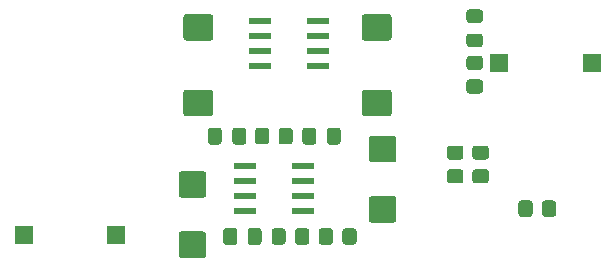
<source format=gbr>
%TF.GenerationSoftware,KiCad,Pcbnew,(5.1.9)-1*%
%TF.CreationDate,2021-04-26T03:37:11+02:00*%
%TF.ProjectId,HB-Uni-SEN-ORB,48422d55-6e69-42d5-9345-4e2d4f52422e,rev?*%
%TF.SameCoordinates,Original*%
%TF.FileFunction,Paste,Top*%
%TF.FilePolarity,Positive*%
%FSLAX46Y46*%
G04 Gerber Fmt 4.6, Leading zero omitted, Abs format (unit mm)*
G04 Created by KiCad (PCBNEW (5.1.9)-1) date 2021-04-26 03:37:11*
%MOMM*%
%LPD*%
G01*
G04 APERTURE LIST*
%ADD10R,1.500000X1.500000*%
%ADD11R,1.970000X0.600000*%
G04 APERTURE END LIST*
%TO.C,R6*%
G36*
G01*
X151199999Y-75900000D02*
X152100001Y-75900000D01*
G75*
G02*
X152350000Y-76149999I0J-249999D01*
G01*
X152350000Y-76850001D01*
G75*
G02*
X152100001Y-77100000I-249999J0D01*
G01*
X151199999Y-77100000D01*
G75*
G02*
X150950000Y-76850001I0J249999D01*
G01*
X150950000Y-76149999D01*
G75*
G02*
X151199999Y-75900000I249999J0D01*
G01*
G37*
G36*
G01*
X151199999Y-73900000D02*
X152100001Y-73900000D01*
G75*
G02*
X152350000Y-74149999I0J-249999D01*
G01*
X152350000Y-74850001D01*
G75*
G02*
X152100001Y-75100000I-249999J0D01*
G01*
X151199999Y-75100000D01*
G75*
G02*
X150950000Y-74850001I0J249999D01*
G01*
X150950000Y-74149999D01*
G75*
G02*
X151199999Y-73900000I249999J0D01*
G01*
G37*
%TD*%
%TO.C,R5*%
G36*
G01*
X153349999Y-75900000D02*
X154250001Y-75900000D01*
G75*
G02*
X154500000Y-76149999I0J-249999D01*
G01*
X154500000Y-76850001D01*
G75*
G02*
X154250001Y-77100000I-249999J0D01*
G01*
X153349999Y-77100000D01*
G75*
G02*
X153100000Y-76850001I0J249999D01*
G01*
X153100000Y-76149999D01*
G75*
G02*
X153349999Y-75900000I249999J0D01*
G01*
G37*
G36*
G01*
X153349999Y-73900000D02*
X154250001Y-73900000D01*
G75*
G02*
X154500000Y-74149999I0J-249999D01*
G01*
X154500000Y-74850001D01*
G75*
G02*
X154250001Y-75100000I-249999J0D01*
G01*
X153349999Y-75100000D01*
G75*
G02*
X153100000Y-74850001I0J249999D01*
G01*
X153100000Y-74149999D01*
G75*
G02*
X153349999Y-73900000I249999J0D01*
G01*
G37*
%TD*%
D10*
%TO.C,Cal1*%
X122900000Y-81500000D03*
X115100000Y-81500000D03*
%TD*%
%TO.C,Config*%
X155400000Y-66900000D03*
X163200000Y-66900000D03*
%TD*%
%TO.C,R7*%
G36*
G01*
X158200000Y-78799999D02*
X158200000Y-79700001D01*
G75*
G02*
X157950001Y-79950000I-249999J0D01*
G01*
X157249999Y-79950000D01*
G75*
G02*
X157000000Y-79700001I0J249999D01*
G01*
X157000000Y-78799999D01*
G75*
G02*
X157249999Y-78550000I249999J0D01*
G01*
X157950001Y-78550000D01*
G75*
G02*
X158200000Y-78799999I0J-249999D01*
G01*
G37*
G36*
G01*
X160200000Y-78799999D02*
X160200000Y-79700001D01*
G75*
G02*
X159950001Y-79950000I-249999J0D01*
G01*
X159249999Y-79950000D01*
G75*
G02*
X159000000Y-79700001I0J249999D01*
G01*
X159000000Y-78799999D01*
G75*
G02*
X159249999Y-78550000I249999J0D01*
G01*
X159950001Y-78550000D01*
G75*
G02*
X160200000Y-78799999I0J-249999D01*
G01*
G37*
%TD*%
D11*
%TO.C,U3*%
X135130000Y-63395000D03*
X135130000Y-64665000D03*
X135130000Y-65935000D03*
X135130000Y-67205000D03*
X140070000Y-67205000D03*
X140070000Y-65935000D03*
X140070000Y-64665000D03*
X140070000Y-63395000D03*
%TD*%
%TO.C,C5*%
G36*
G01*
X144574999Y-78175000D02*
X146425001Y-78175000D01*
G75*
G02*
X146675000Y-78424999I0J-249999D01*
G01*
X146675000Y-80175001D01*
G75*
G02*
X146425001Y-80425000I-249999J0D01*
G01*
X144574999Y-80425000D01*
G75*
G02*
X144325000Y-80175001I0J249999D01*
G01*
X144325000Y-78424999D01*
G75*
G02*
X144574999Y-78175000I249999J0D01*
G01*
G37*
G36*
G01*
X144574999Y-73075000D02*
X146425001Y-73075000D01*
G75*
G02*
X146675000Y-73324999I0J-249999D01*
G01*
X146675000Y-75075001D01*
G75*
G02*
X146425001Y-75325000I-249999J0D01*
G01*
X144574999Y-75325000D01*
G75*
G02*
X144325000Y-75075001I0J249999D01*
G01*
X144325000Y-73324999D01*
G75*
G02*
X144574999Y-73075000I249999J0D01*
G01*
G37*
%TD*%
%TO.C,C7*%
G36*
G01*
X128474999Y-81175000D02*
X130325001Y-81175000D01*
G75*
G02*
X130575000Y-81424999I0J-249999D01*
G01*
X130575000Y-83175001D01*
G75*
G02*
X130325001Y-83425000I-249999J0D01*
G01*
X128474999Y-83425000D01*
G75*
G02*
X128225000Y-83175001I0J249999D01*
G01*
X128225000Y-81424999D01*
G75*
G02*
X128474999Y-81175000I249999J0D01*
G01*
G37*
G36*
G01*
X128474999Y-76075000D02*
X130325001Y-76075000D01*
G75*
G02*
X130575000Y-76324999I0J-249999D01*
G01*
X130575000Y-78075001D01*
G75*
G02*
X130325001Y-78325000I-249999J0D01*
G01*
X128474999Y-78325000D01*
G75*
G02*
X128225000Y-78075001I0J249999D01*
G01*
X128225000Y-76324999D01*
G75*
G02*
X128474999Y-76075000I249999J0D01*
G01*
G37*
%TD*%
%TO.C,C1*%
G36*
G01*
X128874999Y-69175000D02*
X130925001Y-69175000D01*
G75*
G02*
X131175000Y-69424999I0J-249999D01*
G01*
X131175000Y-71175001D01*
G75*
G02*
X130925001Y-71425000I-249999J0D01*
G01*
X128874999Y-71425000D01*
G75*
G02*
X128625000Y-71175001I0J249999D01*
G01*
X128625000Y-69424999D01*
G75*
G02*
X128874999Y-69175000I249999J0D01*
G01*
G37*
G36*
G01*
X128874999Y-62775000D02*
X130925001Y-62775000D01*
G75*
G02*
X131175000Y-63024999I0J-249999D01*
G01*
X131175000Y-64775001D01*
G75*
G02*
X130925001Y-65025000I-249999J0D01*
G01*
X128874999Y-65025000D01*
G75*
G02*
X128625000Y-64775001I0J249999D01*
G01*
X128625000Y-63024999D01*
G75*
G02*
X128874999Y-62775000I249999J0D01*
G01*
G37*
%TD*%
%TO.C,C2*%
G36*
G01*
X143974999Y-69175000D02*
X146025001Y-69175000D01*
G75*
G02*
X146275000Y-69424999I0J-249999D01*
G01*
X146275000Y-71175001D01*
G75*
G02*
X146025001Y-71425000I-249999J0D01*
G01*
X143974999Y-71425000D01*
G75*
G02*
X143725000Y-71175001I0J249999D01*
G01*
X143725000Y-69424999D01*
G75*
G02*
X143974999Y-69175000I249999J0D01*
G01*
G37*
G36*
G01*
X143974999Y-62775000D02*
X146025001Y-62775000D01*
G75*
G02*
X146275000Y-63024999I0J-249999D01*
G01*
X146275000Y-64775001D01*
G75*
G02*
X146025001Y-65025000I-249999J0D01*
G01*
X143974999Y-65025000D01*
G75*
G02*
X143725000Y-64775001I0J249999D01*
G01*
X143725000Y-63024999D01*
G75*
G02*
X143974999Y-62775000I249999J0D01*
G01*
G37*
%TD*%
%TO.C,U4*%
X133830000Y-75595000D03*
X133830000Y-76865000D03*
X133830000Y-78135000D03*
X133830000Y-79405000D03*
X138770000Y-79405000D03*
X138770000Y-78135000D03*
X138770000Y-76865000D03*
X138770000Y-75595000D03*
%TD*%
%TO.C,R4*%
G36*
G01*
X152849999Y-68300000D02*
X153750001Y-68300000D01*
G75*
G02*
X154000000Y-68549999I0J-249999D01*
G01*
X154000000Y-69250001D01*
G75*
G02*
X153750001Y-69500000I-249999J0D01*
G01*
X152849999Y-69500000D01*
G75*
G02*
X152600000Y-69250001I0J249999D01*
G01*
X152600000Y-68549999D01*
G75*
G02*
X152849999Y-68300000I249999J0D01*
G01*
G37*
G36*
G01*
X152849999Y-66300000D02*
X153750001Y-66300000D01*
G75*
G02*
X154000000Y-66549999I0J-249999D01*
G01*
X154000000Y-67250001D01*
G75*
G02*
X153750001Y-67500000I-249999J0D01*
G01*
X152849999Y-67500000D01*
G75*
G02*
X152600000Y-67250001I0J249999D01*
G01*
X152600000Y-66549999D01*
G75*
G02*
X152849999Y-66300000I249999J0D01*
G01*
G37*
%TD*%
%TO.C,R3*%
G36*
G01*
X137300000Y-81149999D02*
X137300000Y-82050001D01*
G75*
G02*
X137050001Y-82300000I-249999J0D01*
G01*
X136349999Y-82300000D01*
G75*
G02*
X136100000Y-82050001I0J249999D01*
G01*
X136100000Y-81149999D01*
G75*
G02*
X136349999Y-80900000I249999J0D01*
G01*
X137050001Y-80900000D01*
G75*
G02*
X137300000Y-81149999I0J-249999D01*
G01*
G37*
G36*
G01*
X139300000Y-81149999D02*
X139300000Y-82050001D01*
G75*
G02*
X139050001Y-82300000I-249999J0D01*
G01*
X138349999Y-82300000D01*
G75*
G02*
X138100000Y-82050001I0J249999D01*
G01*
X138100000Y-81149999D01*
G75*
G02*
X138349999Y-80900000I249999J0D01*
G01*
X139050001Y-80900000D01*
G75*
G02*
X139300000Y-81149999I0J-249999D01*
G01*
G37*
%TD*%
%TO.C,R2*%
G36*
G01*
X142100000Y-82050001D02*
X142100000Y-81149999D01*
G75*
G02*
X142349999Y-80900000I249999J0D01*
G01*
X143050001Y-80900000D01*
G75*
G02*
X143300000Y-81149999I0J-249999D01*
G01*
X143300000Y-82050001D01*
G75*
G02*
X143050001Y-82300000I-249999J0D01*
G01*
X142349999Y-82300000D01*
G75*
G02*
X142100000Y-82050001I0J249999D01*
G01*
G37*
G36*
G01*
X140100000Y-82050001D02*
X140100000Y-81149999D01*
G75*
G02*
X140349999Y-80900000I249999J0D01*
G01*
X141050001Y-80900000D01*
G75*
G02*
X141300000Y-81149999I0J-249999D01*
G01*
X141300000Y-82050001D01*
G75*
G02*
X141050001Y-82300000I-249999J0D01*
G01*
X140349999Y-82300000D01*
G75*
G02*
X140100000Y-82050001I0J249999D01*
G01*
G37*
%TD*%
%TO.C,R1*%
G36*
G01*
X135900000Y-72649999D02*
X135900000Y-73550001D01*
G75*
G02*
X135650001Y-73800000I-249999J0D01*
G01*
X134949999Y-73800000D01*
G75*
G02*
X134700000Y-73550001I0J249999D01*
G01*
X134700000Y-72649999D01*
G75*
G02*
X134949999Y-72400000I249999J0D01*
G01*
X135650001Y-72400000D01*
G75*
G02*
X135900000Y-72649999I0J-249999D01*
G01*
G37*
G36*
G01*
X137900000Y-72649999D02*
X137900000Y-73550001D01*
G75*
G02*
X137650001Y-73800000I-249999J0D01*
G01*
X136949999Y-73800000D01*
G75*
G02*
X136700000Y-73550001I0J249999D01*
G01*
X136700000Y-72649999D01*
G75*
G02*
X136949999Y-72400000I249999J0D01*
G01*
X137650001Y-72400000D01*
G75*
G02*
X137900000Y-72649999I0J-249999D01*
G01*
G37*
%TD*%
%TO.C,D1*%
G36*
G01*
X152849999Y-64425000D02*
X153750001Y-64425000D01*
G75*
G02*
X154000000Y-64674999I0J-249999D01*
G01*
X154000000Y-65325001D01*
G75*
G02*
X153750001Y-65575000I-249999J0D01*
G01*
X152849999Y-65575000D01*
G75*
G02*
X152600000Y-65325001I0J249999D01*
G01*
X152600000Y-64674999D01*
G75*
G02*
X152849999Y-64425000I249999J0D01*
G01*
G37*
G36*
G01*
X152849999Y-62375000D02*
X153750001Y-62375000D01*
G75*
G02*
X154000000Y-62624999I0J-249999D01*
G01*
X154000000Y-63275001D01*
G75*
G02*
X153750001Y-63525000I-249999J0D01*
G01*
X152849999Y-63525000D01*
G75*
G02*
X152600000Y-63275001I0J249999D01*
G01*
X152600000Y-62624999D01*
G75*
G02*
X152849999Y-62375000I249999J0D01*
G01*
G37*
%TD*%
%TO.C,C6*%
G36*
G01*
X132787500Y-73575000D02*
X132787500Y-72625000D01*
G75*
G02*
X133037500Y-72375000I250000J0D01*
G01*
X133712500Y-72375000D01*
G75*
G02*
X133962500Y-72625000I0J-250000D01*
G01*
X133962500Y-73575000D01*
G75*
G02*
X133712500Y-73825000I-250000J0D01*
G01*
X133037500Y-73825000D01*
G75*
G02*
X132787500Y-73575000I0J250000D01*
G01*
G37*
G36*
G01*
X130712500Y-73575000D02*
X130712500Y-72625000D01*
G75*
G02*
X130962500Y-72375000I250000J0D01*
G01*
X131637500Y-72375000D01*
G75*
G02*
X131887500Y-72625000I0J-250000D01*
G01*
X131887500Y-73575000D01*
G75*
G02*
X131637500Y-73825000I-250000J0D01*
G01*
X130962500Y-73825000D01*
G75*
G02*
X130712500Y-73575000I0J250000D01*
G01*
G37*
%TD*%
%TO.C,C4*%
G36*
G01*
X133187500Y-81125000D02*
X133187500Y-82075000D01*
G75*
G02*
X132937500Y-82325000I-250000J0D01*
G01*
X132262500Y-82325000D01*
G75*
G02*
X132012500Y-82075000I0J250000D01*
G01*
X132012500Y-81125000D01*
G75*
G02*
X132262500Y-80875000I250000J0D01*
G01*
X132937500Y-80875000D01*
G75*
G02*
X133187500Y-81125000I0J-250000D01*
G01*
G37*
G36*
G01*
X135262500Y-81125000D02*
X135262500Y-82075000D01*
G75*
G02*
X135012500Y-82325000I-250000J0D01*
G01*
X134337500Y-82325000D01*
G75*
G02*
X134087500Y-82075000I0J250000D01*
G01*
X134087500Y-81125000D01*
G75*
G02*
X134337500Y-80875000I250000J0D01*
G01*
X135012500Y-80875000D01*
G75*
G02*
X135262500Y-81125000I0J-250000D01*
G01*
G37*
%TD*%
%TO.C,C3*%
G36*
G01*
X140787500Y-73575000D02*
X140787500Y-72625000D01*
G75*
G02*
X141037500Y-72375000I250000J0D01*
G01*
X141712500Y-72375000D01*
G75*
G02*
X141962500Y-72625000I0J-250000D01*
G01*
X141962500Y-73575000D01*
G75*
G02*
X141712500Y-73825000I-250000J0D01*
G01*
X141037500Y-73825000D01*
G75*
G02*
X140787500Y-73575000I0J250000D01*
G01*
G37*
G36*
G01*
X138712500Y-73575000D02*
X138712500Y-72625000D01*
G75*
G02*
X138962500Y-72375000I250000J0D01*
G01*
X139637500Y-72375000D01*
G75*
G02*
X139887500Y-72625000I0J-250000D01*
G01*
X139887500Y-73575000D01*
G75*
G02*
X139637500Y-73825000I-250000J0D01*
G01*
X138962500Y-73825000D01*
G75*
G02*
X138712500Y-73575000I0J250000D01*
G01*
G37*
%TD*%
M02*

</source>
